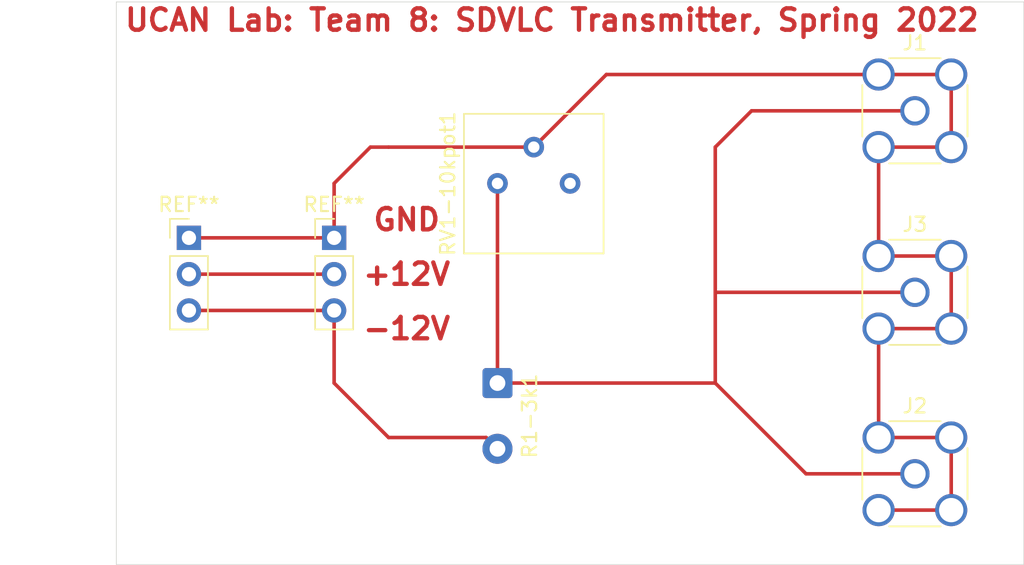
<source format=kicad_pcb>
(kicad_pcb (version 20171130) (host pcbnew "(5.1.9)-1")

  (general
    (thickness 1.6)
    (drawings 8)
    (tracks 32)
    (zones 0)
    (modules 7)
    (nets 5)
  )

  (page A4)
  (layers
    (0 F.Cu signal)
    (31 B.Cu signal)
    (32 B.Adhes user)
    (33 F.Adhes user)
    (34 B.Paste user)
    (35 F.Paste user)
    (36 B.SilkS user)
    (37 F.SilkS user)
    (38 B.Mask user)
    (39 F.Mask user)
    (40 Dwgs.User user)
    (41 Cmts.User user)
    (42 Eco1.User user)
    (43 Eco2.User user)
    (44 Edge.Cuts user)
    (45 Margin user)
    (46 B.CrtYd user)
    (47 F.CrtYd user)
    (48 B.Fab user)
    (49 F.Fab user)
  )

  (setup
    (last_trace_width 0.25)
    (trace_clearance 0.2)
    (zone_clearance 0.508)
    (zone_45_only no)
    (trace_min 0.2)
    (via_size 0.8)
    (via_drill 0.4)
    (via_min_size 0.4)
    (via_min_drill 0.3)
    (uvia_size 0.3)
    (uvia_drill 0.1)
    (uvias_allowed no)
    (uvia_min_size 0.2)
    (uvia_min_drill 0.1)
    (edge_width 0.05)
    (segment_width 0.2)
    (pcb_text_width 0.3)
    (pcb_text_size 1.5 1.5)
    (mod_edge_width 0.12)
    (mod_text_size 1 1)
    (mod_text_width 0.15)
    (pad_size 1.7 1.7)
    (pad_drill 1)
    (pad_to_mask_clearance 0)
    (aux_axis_origin 0 0)
    (visible_elements 7FFFFFFF)
    (pcbplotparams
      (layerselection 0x010fc_ffffffff)
      (usegerberextensions false)
      (usegerberattributes true)
      (usegerberadvancedattributes true)
      (creategerberjobfile true)
      (excludeedgelayer true)
      (linewidth 0.100000)
      (plotframeref false)
      (viasonmask false)
      (mode 1)
      (useauxorigin false)
      (hpglpennumber 1)
      (hpglpenspeed 20)
      (hpglpendiameter 15.000000)
      (psnegative false)
      (psa4output false)
      (plotreference true)
      (plotvalue true)
      (plotinvisibletext false)
      (padsonsilk false)
      (subtractmaskfromsilk false)
      (outputformat 1)
      (mirror false)
      (drillshape 0)
      (scaleselection 1)
      (outputdirectory ""))
  )

  (net 0 "")
  (net 1 GND)
  (net 2 "Net-(J1-Pad1)")
  (net 3 -12V)
  (net 4 "Net-(RV1-10kpot1-Pad1)")

  (net_class Default "This is the default net class."
    (clearance 0.2)
    (trace_width 0.25)
    (via_dia 0.8)
    (via_drill 0.4)
    (uvia_dia 0.3)
    (uvia_drill 0.1)
    (add_net -12V)
    (add_net GND)
    (add_net "Net-(J1-Pad1)")
    (add_net "Net-(RV1-10kpot1-Pad1)")
  )

  (module Connector_PinHeader_2.54mm:PinHeader_1x03_P2.54mm_Vertical (layer F.Cu) (tedit 624F46BF) (tstamp 624FA281)
    (at 118.11 86.36)
    (descr "Through hole straight pin header, 1x03, 2.54mm pitch, single row")
    (tags "Through hole pin header THT 1x03 2.54mm single row")
    (fp_text reference REF** (at 0 -2.33) (layer F.SilkS)
      (effects (font (size 1 1) (thickness 0.15)))
    )
    (fp_text value PinHeader_1x03_P2.54mm_Vertical (at 0 7.41) (layer F.Fab)
      (effects (font (size 1 1) (thickness 0.15)))
    )
    (fp_line (start 1.8 -1.8) (end -1.8 -1.8) (layer F.CrtYd) (width 0.05))
    (fp_line (start 1.8 6.85) (end 1.8 -1.8) (layer F.CrtYd) (width 0.05))
    (fp_line (start -1.8 6.85) (end 1.8 6.85) (layer F.CrtYd) (width 0.05))
    (fp_line (start -1.8 -1.8) (end -1.8 6.85) (layer F.CrtYd) (width 0.05))
    (fp_line (start -1.33 -1.33) (end 0 -1.33) (layer F.SilkS) (width 0.12))
    (fp_line (start -1.33 0) (end -1.33 -1.33) (layer F.SilkS) (width 0.12))
    (fp_line (start -1.33 1.27) (end 1.33 1.27) (layer F.SilkS) (width 0.12))
    (fp_line (start 1.33 1.27) (end 1.33 6.41) (layer F.SilkS) (width 0.12))
    (fp_line (start -1.33 1.27) (end -1.33 6.41) (layer F.SilkS) (width 0.12))
    (fp_line (start -1.33 6.41) (end 1.33 6.41) (layer F.SilkS) (width 0.12))
    (fp_line (start -1.27 -0.635) (end -0.635 -1.27) (layer F.Fab) (width 0.1))
    (fp_line (start -1.27 6.35) (end -1.27 -0.635) (layer F.Fab) (width 0.1))
    (fp_line (start 1.27 6.35) (end -1.27 6.35) (layer F.Fab) (width 0.1))
    (fp_line (start 1.27 -1.27) (end 1.27 6.35) (layer F.Fab) (width 0.1))
    (fp_line (start -0.635 -1.27) (end 1.27 -1.27) (layer F.Fab) (width 0.1))
    (fp_text user %R (at 0 2.54 90) (layer F.Fab)
      (effects (font (size 1 1) (thickness 0.15)))
    )
    (pad 1 thru_hole rect (at 0 0) (size 1.7 1.7) (drill 1) (layers *.Cu *.Mask)
      (net 1 GND))
    (pad 2 thru_hole oval (at 0 2.54) (size 1.7 1.7) (drill 1) (layers *.Cu *.Mask))
    (pad 3 thru_hole oval (at 0 5.08) (size 1.7 1.7) (drill 1) (layers *.Cu *.Mask)
      (net 3 -12V))
    (model ${KISYS3DMOD}/Connector_PinHeader_2.54mm.3dshapes/PinHeader_1x03_P2.54mm_Vertical.wrl
      (at (xyz 0 0 0))
      (scale (xyz 1 1 1))
      (rotate (xyz 0 0 0))
    )
  )

  (module Connector_PinHeader_2.54mm:PinHeader_1x03_P2.54mm_Vertical (layer F.Cu) (tedit 624F469E) (tstamp 624FA841)
    (at 128.27 86.36)
    (descr "Through hole straight pin header, 1x03, 2.54mm pitch, single row")
    (tags "Through hole pin header THT 1x03 2.54mm single row")
    (fp_text reference REF** (at 0 -2.33) (layer F.SilkS)
      (effects (font (size 1 1) (thickness 0.15)))
    )
    (fp_text value PinHeader_1x03_P2.54mm_Vertical (at 0 7.41) (layer F.Fab)
      (effects (font (size 1 1) (thickness 0.15)))
    )
    (fp_line (start 1.8 -1.8) (end -1.8 -1.8) (layer F.CrtYd) (width 0.05))
    (fp_line (start 1.8 6.85) (end 1.8 -1.8) (layer F.CrtYd) (width 0.05))
    (fp_line (start -1.8 6.85) (end 1.8 6.85) (layer F.CrtYd) (width 0.05))
    (fp_line (start -1.8 -1.8) (end -1.8 6.85) (layer F.CrtYd) (width 0.05))
    (fp_line (start -1.33 -1.33) (end 0 -1.33) (layer F.SilkS) (width 0.12))
    (fp_line (start -1.33 0) (end -1.33 -1.33) (layer F.SilkS) (width 0.12))
    (fp_line (start -1.33 1.27) (end 1.33 1.27) (layer F.SilkS) (width 0.12))
    (fp_line (start 1.33 1.27) (end 1.33 6.41) (layer F.SilkS) (width 0.12))
    (fp_line (start -1.33 1.27) (end -1.33 6.41) (layer F.SilkS) (width 0.12))
    (fp_line (start -1.33 6.41) (end 1.33 6.41) (layer F.SilkS) (width 0.12))
    (fp_line (start -1.27 -0.635) (end -0.635 -1.27) (layer F.Fab) (width 0.1))
    (fp_line (start -1.27 6.35) (end -1.27 -0.635) (layer F.Fab) (width 0.1))
    (fp_line (start 1.27 6.35) (end -1.27 6.35) (layer F.Fab) (width 0.1))
    (fp_line (start 1.27 -1.27) (end 1.27 6.35) (layer F.Fab) (width 0.1))
    (fp_line (start -0.635 -1.27) (end 1.27 -1.27) (layer F.Fab) (width 0.1))
    (fp_text user %R (at 0 2.54 90) (layer F.Fab)
      (effects (font (size 1 1) (thickness 0.15)))
    )
    (pad 3 thru_hole oval (at 0 5.08) (size 1.7 1.7) (drill 1) (layers *.Cu *.Mask)
      (net 3 -12V))
    (pad 2 thru_hole oval (at 0 2.54) (size 1.7 1.7) (drill 1) (layers *.Cu *.Mask))
    (pad 1 thru_hole rect (at 0 0) (size 1.7 1.7) (drill 1) (layers *.Cu *.Mask)
      (net 1 GND))
    (model ${KISYS3DMOD}/Connector_PinHeader_2.54mm.3dshapes/PinHeader_1x03_P2.54mm_Vertical.wrl
      (at (xyz 0 0 0))
      (scale (xyz 1 1 1))
      (rotate (xyz 0 0 0))
    )
  )

  (module Potentiometer_THT:Potentiometer_Bourns_3386P_Vertical (layer F.Cu) (tedit 5AA07388) (tstamp 624F463D)
    (at 144.78 82.55 90)
    (descr "Potentiometer, vertical, Bourns 3386P, https://www.bourns.com/pdfs/3386.pdf")
    (tags "Potentiometer vertical Bourns 3386P")
    (path /624F4299)
    (fp_text reference RV1-10kpot1 (at -0.015 -8.555 90) (layer F.SilkS)
      (effects (font (size 1 1) (thickness 0.15)))
    )
    (fp_text value 10k_POT (at -0.015 3.475 90) (layer F.Fab)
      (effects (font (size 1 1) (thickness 0.15)))
    )
    (fp_line (start 5 -7.56) (end -5.03 -7.56) (layer F.CrtYd) (width 0.05))
    (fp_line (start 5 2.48) (end 5 -7.56) (layer F.CrtYd) (width 0.05))
    (fp_line (start -5.03 2.48) (end 5 2.48) (layer F.CrtYd) (width 0.05))
    (fp_line (start -5.03 -7.56) (end -5.03 2.48) (layer F.CrtYd) (width 0.05))
    (fp_line (start 4.87 -7.425) (end 4.87 2.345) (layer F.SilkS) (width 0.12))
    (fp_line (start -4.9 -7.425) (end -4.9 2.345) (layer F.SilkS) (width 0.12))
    (fp_line (start -4.9 2.345) (end 4.87 2.345) (layer F.SilkS) (width 0.12))
    (fp_line (start -4.9 -7.425) (end 4.87 -7.425) (layer F.SilkS) (width 0.12))
    (fp_line (start -0.891 -0.98) (end -0.89 -4.099) (layer F.Fab) (width 0.1))
    (fp_line (start -0.891 -0.98) (end -0.89 -4.099) (layer F.Fab) (width 0.1))
    (fp_line (start 4.75 -7.305) (end -4.78 -7.305) (layer F.Fab) (width 0.1))
    (fp_line (start 4.75 2.225) (end 4.75 -7.305) (layer F.Fab) (width 0.1))
    (fp_line (start -4.78 2.225) (end 4.75 2.225) (layer F.Fab) (width 0.1))
    (fp_line (start -4.78 -7.305) (end -4.78 2.225) (layer F.Fab) (width 0.1))
    (fp_circle (center -0.891 -2.54) (end 0.684 -2.54) (layer F.Fab) (width 0.1))
    (fp_text user %R (at -3.78 -2.54) (layer F.Fab)
      (effects (font (size 1 1) (thickness 0.15)))
    )
    (pad 1 thru_hole circle (at 0 0 90) (size 1.44 1.44) (drill 0.8) (layers *.Cu *.Mask)
      (net 4 "Net-(RV1-10kpot1-Pad1)"))
    (pad 2 thru_hole circle (at 2.54 -2.54 90) (size 1.44 1.44) (drill 0.8) (layers *.Cu *.Mask)
      (net 1 GND))
    (pad 3 thru_hole circle (at 0 -5.08 90) (size 1.44 1.44) (drill 0.8) (layers *.Cu *.Mask)
      (net 2 "Net-(J1-Pad1)"))
    (model ${KISYS3DMOD}/Potentiometer_THT.3dshapes/Potentiometer_Bourns_3386P_Vertical.wrl
      (at (xyz 0 0 0))
      (scale (xyz 1 1 1))
      (rotate (xyz 0 0 0))
    )
  )

  (module Connector_Wire:SolderWire-0.5sqmm_1x02_P4.6mm_D0.9mm_OD2.1mm (layer F.Cu) (tedit 5EB70B43) (tstamp 624F4626)
    (at 139.7 96.52 270)
    (descr "Soldered wire connection, for 2 times 0.5 mm² wires, basic insulation, conductor diameter 0.9mm, outer diameter 2.1mm, size source Multi-Contact FLEXI-E 0.5 (https://ec.staubli.com/AcroFiles/Catalogues/TM_Cab-Main-11014119_(en)_hi.pdf), bend radius 3 times outer diameter, generated with kicad-footprint-generator")
    (tags "connector wire 0.5sqmm")
    (path /624F49B2)
    (attr virtual)
    (fp_text reference R1-3k1 (at 2.3 -2.25 90) (layer F.SilkS)
      (effects (font (size 1 1) (thickness 0.15)))
    )
    (fp_text value 3k (at 2.3 2.25 90) (layer F.Fab)
      (effects (font (size 1 1) (thickness 0.15)))
    )
    (fp_line (start 6.4 -1.55) (end 2.8 -1.55) (layer F.CrtYd) (width 0.05))
    (fp_line (start 6.4 1.55) (end 6.4 -1.55) (layer F.CrtYd) (width 0.05))
    (fp_line (start 2.8 1.55) (end 6.4 1.55) (layer F.CrtYd) (width 0.05))
    (fp_line (start 2.8 -1.55) (end 2.8 1.55) (layer F.CrtYd) (width 0.05))
    (fp_line (start 1.8 -1.55) (end -1.8 -1.55) (layer F.CrtYd) (width 0.05))
    (fp_line (start 1.8 1.55) (end 1.8 -1.55) (layer F.CrtYd) (width 0.05))
    (fp_line (start -1.8 1.55) (end 1.8 1.55) (layer F.CrtYd) (width 0.05))
    (fp_line (start -1.8 -1.55) (end -1.8 1.55) (layer F.CrtYd) (width 0.05))
    (fp_circle (center 4.6 0) (end 5.65 0) (layer F.Fab) (width 0.1))
    (fp_circle (center 0 0) (end 1.05 0) (layer F.Fab) (width 0.1))
    (fp_text user %R (at 2.3 0) (layer F.Fab)
      (effects (font (size 0.78 0.78) (thickness 0.12)))
    )
    (pad 2 thru_hole circle (at 4.6 0 270) (size 2.1 2.1) (drill 1.1) (layers *.Cu *.Mask)
      (net 3 -12V))
    (pad 1 thru_hole roundrect (at 0 0 270) (size 2.1 2.1) (drill 1.1) (layers *.Cu *.Mask) (roundrect_rratio 0.119047619047619)
      (net 2 "Net-(J1-Pad1)"))
    (model ${KISYS3DMOD}/Connector_Wire.3dshapes/SolderWire-0.5sqmm_1x02_P4.6mm_D0.9mm_OD2.1mm.wrl
      (at (xyz 0 0 0))
      (scale (xyz 1 1 1))
      (rotate (xyz 0 0 0))
    )
  )

  (module Connector_Coaxial:SMA_Wurth_60312002114503_Vertical (layer F.Cu) (tedit 5E1B8DC8) (tstamp 624F4615)
    (at 168.91 90.17)
    (descr https://www.we-online.de/katalog/datasheet/60312002114503.pdf)
    (tags "SMA THT Female Jack Vertical ExtendedLegs")
    (path /624F6795)
    (fp_text reference J3 (at 0 -4.75) (layer F.SilkS)
      (effects (font (size 1 1) (thickness 0.15)))
    )
    (fp_text value Conn_Coaxial (at 0 5) (layer F.Fab)
      (effects (font (size 1 1) (thickness 0.15)))
    )
    (fp_line (start -1.8 -3.68) (end 1.8 -3.68) (layer F.SilkS) (width 0.12))
    (fp_line (start -1.8 3.68) (end 1.8 3.68) (layer F.SilkS) (width 0.12))
    (fp_line (start 3.68 -1.8) (end 3.68 1.8) (layer F.SilkS) (width 0.12))
    (fp_line (start -3.68 -1.8) (end -3.68 1.8) (layer F.SilkS) (width 0.12))
    (fp_line (start 3.5 -3.5) (end 3.5 3.5) (layer F.Fab) (width 0.1))
    (fp_line (start -3.5 3.5) (end 3.5 3.5) (layer F.Fab) (width 0.1))
    (fp_line (start -3.5 -3.5) (end -3.5 3.5) (layer F.Fab) (width 0.1))
    (fp_line (start -3.5 -3.5) (end 3.5 -3.5) (layer F.Fab) (width 0.1))
    (fp_line (start -4.17 -4.17) (end 4.17 -4.17) (layer F.CrtYd) (width 0.05))
    (fp_line (start -4.17 -4.17) (end -4.17 4.17) (layer F.CrtYd) (width 0.05))
    (fp_line (start 4.17 4.17) (end 4.17 -4.17) (layer F.CrtYd) (width 0.05))
    (fp_line (start 4.17 4.17) (end -4.17 4.17) (layer F.CrtYd) (width 0.05))
    (fp_circle (center 0 0) (end 3.175 0) (layer F.Fab) (width 0.1))
    (fp_text user %R (at 0 0) (layer F.Fab)
      (effects (font (size 1 1) (thickness 0.15)))
    )
    (pad 2 thru_hole circle (at -2.54 2.54) (size 2.25 2.25) (drill 1.7) (layers *.Cu *.Mask)
      (net 1 GND))
    (pad 2 thru_hole circle (at -2.54 -2.54) (size 2.25 2.25) (drill 1.7) (layers *.Cu *.Mask)
      (net 1 GND))
    (pad 2 thru_hole circle (at 2.54 -2.54) (size 2.25 2.25) (drill 1.7) (layers *.Cu *.Mask)
      (net 1 GND))
    (pad 2 thru_hole circle (at 2.54 2.54) (size 2.25 2.25) (drill 1.7) (layers *.Cu *.Mask)
      (net 1 GND))
    (pad 1 thru_hole circle (at 0 0) (size 2.05 2.05) (drill 1.5) (layers *.Cu *.Mask)
      (net 2 "Net-(J1-Pad1)"))
    (model ${KISYS3DMOD}/Connector_Coaxial.3dshapes/SMA_Wurth_60312002114503_Vertical.wrl
      (at (xyz 0 0 0))
      (scale (xyz 1 1 1))
      (rotate (xyz 0 0 0))
    )
  )

  (module Connector_Coaxial:SMA_Wurth_60312002114503_Vertical (layer F.Cu) (tedit 5E1B8DC8) (tstamp 624F45FE)
    (at 168.91 102.87)
    (descr https://www.we-online.de/katalog/datasheet/60312002114503.pdf)
    (tags "SMA THT Female Jack Vertical ExtendedLegs")
    (path /624F6E7E)
    (fp_text reference J2 (at 0 -4.75) (layer F.SilkS)
      (effects (font (size 1 1) (thickness 0.15)))
    )
    (fp_text value Conn_Coaxial (at 0 5) (layer F.Fab)
      (effects (font (size 1 1) (thickness 0.15)))
    )
    (fp_line (start -1.8 -3.68) (end 1.8 -3.68) (layer F.SilkS) (width 0.12))
    (fp_line (start -1.8 3.68) (end 1.8 3.68) (layer F.SilkS) (width 0.12))
    (fp_line (start 3.68 -1.8) (end 3.68 1.8) (layer F.SilkS) (width 0.12))
    (fp_line (start -3.68 -1.8) (end -3.68 1.8) (layer F.SilkS) (width 0.12))
    (fp_line (start 3.5 -3.5) (end 3.5 3.5) (layer F.Fab) (width 0.1))
    (fp_line (start -3.5 3.5) (end 3.5 3.5) (layer F.Fab) (width 0.1))
    (fp_line (start -3.5 -3.5) (end -3.5 3.5) (layer F.Fab) (width 0.1))
    (fp_line (start -3.5 -3.5) (end 3.5 -3.5) (layer F.Fab) (width 0.1))
    (fp_line (start -4.17 -4.17) (end 4.17 -4.17) (layer F.CrtYd) (width 0.05))
    (fp_line (start -4.17 -4.17) (end -4.17 4.17) (layer F.CrtYd) (width 0.05))
    (fp_line (start 4.17 4.17) (end 4.17 -4.17) (layer F.CrtYd) (width 0.05))
    (fp_line (start 4.17 4.17) (end -4.17 4.17) (layer F.CrtYd) (width 0.05))
    (fp_circle (center 0 0) (end 3.175 0) (layer F.Fab) (width 0.1))
    (fp_text user %R (at 0 0) (layer F.Fab)
      (effects (font (size 1 1) (thickness 0.15)))
    )
    (pad 2 thru_hole circle (at -2.54 2.54) (size 2.25 2.25) (drill 1.7) (layers *.Cu *.Mask)
      (net 1 GND))
    (pad 2 thru_hole circle (at -2.54 -2.54) (size 2.25 2.25) (drill 1.7) (layers *.Cu *.Mask)
      (net 1 GND))
    (pad 2 thru_hole circle (at 2.54 -2.54) (size 2.25 2.25) (drill 1.7) (layers *.Cu *.Mask)
      (net 1 GND))
    (pad 2 thru_hole circle (at 2.54 2.54) (size 2.25 2.25) (drill 1.7) (layers *.Cu *.Mask)
      (net 1 GND))
    (pad 1 thru_hole circle (at 0 0) (size 2.05 2.05) (drill 1.5) (layers *.Cu *.Mask)
      (net 2 "Net-(J1-Pad1)"))
    (model ${KISYS3DMOD}/Connector_Coaxial.3dshapes/SMA_Wurth_60312002114503_Vertical.wrl
      (at (xyz 0 0 0))
      (scale (xyz 1 1 1))
      (rotate (xyz 0 0 0))
    )
  )

  (module Connector_Coaxial:SMA_Wurth_60312002114503_Vertical (layer F.Cu) (tedit 5E1B8DC8) (tstamp 624F45E7)
    (at 168.91 77.47)
    (descr https://www.we-online.de/katalog/datasheet/60312002114503.pdf)
    (tags "SMA THT Female Jack Vertical ExtendedLegs")
    (path /624F5B5C)
    (fp_text reference J1 (at 0 -4.75) (layer F.SilkS)
      (effects (font (size 1 1) (thickness 0.15)))
    )
    (fp_text value Conn_Coaxial (at 0 5) (layer F.Fab)
      (effects (font (size 1 1) (thickness 0.15)))
    )
    (fp_line (start -1.8 -3.68) (end 1.8 -3.68) (layer F.SilkS) (width 0.12))
    (fp_line (start -1.8 3.68) (end 1.8 3.68) (layer F.SilkS) (width 0.12))
    (fp_line (start 3.68 -1.8) (end 3.68 1.8) (layer F.SilkS) (width 0.12))
    (fp_line (start -3.68 -1.8) (end -3.68 1.8) (layer F.SilkS) (width 0.12))
    (fp_line (start 3.5 -3.5) (end 3.5 3.5) (layer F.Fab) (width 0.1))
    (fp_line (start -3.5 3.5) (end 3.5 3.5) (layer F.Fab) (width 0.1))
    (fp_line (start -3.5 -3.5) (end -3.5 3.5) (layer F.Fab) (width 0.1))
    (fp_line (start -3.5 -3.5) (end 3.5 -3.5) (layer F.Fab) (width 0.1))
    (fp_line (start -4.17 -4.17) (end 4.17 -4.17) (layer F.CrtYd) (width 0.05))
    (fp_line (start -4.17 -4.17) (end -4.17 4.17) (layer F.CrtYd) (width 0.05))
    (fp_line (start 4.17 4.17) (end 4.17 -4.17) (layer F.CrtYd) (width 0.05))
    (fp_line (start 4.17 4.17) (end -4.17 4.17) (layer F.CrtYd) (width 0.05))
    (fp_circle (center 0 0) (end 3.175 0) (layer F.Fab) (width 0.1))
    (fp_text user %R (at 0 0) (layer F.Fab)
      (effects (font (size 1 1) (thickness 0.15)))
    )
    (pad 2 thru_hole circle (at -2.54 2.54) (size 2.25 2.25) (drill 1.7) (layers *.Cu *.Mask)
      (net 1 GND))
    (pad 2 thru_hole circle (at -2.54 -2.54) (size 2.25 2.25) (drill 1.7) (layers *.Cu *.Mask)
      (net 1 GND))
    (pad 2 thru_hole circle (at 2.54 -2.54) (size 2.25 2.25) (drill 1.7) (layers *.Cu *.Mask)
      (net 1 GND))
    (pad 2 thru_hole circle (at 2.54 2.54) (size 2.25 2.25) (drill 1.7) (layers *.Cu *.Mask)
      (net 1 GND))
    (pad 1 thru_hole circle (at 0 0) (size 2.05 2.05) (drill 1.5) (layers *.Cu *.Mask)
      (net 2 "Net-(J1-Pad1)"))
    (model ${KISYS3DMOD}/Connector_Coaxial.3dshapes/SMA_Wurth_60312002114503_Vertical.wrl
      (at (xyz 0 0 0))
      (scale (xyz 1 1 1))
      (rotate (xyz 0 0 0))
    )
  )

  (gr_text +12V (at 133.35 88.9) (layer F.Cu)
    (effects (font (size 1.5 1.5) (thickness 0.3)))
  )
  (gr_line (start 176.53 69.85) (end 113.03 69.85) (layer Edge.Cuts) (width 0.05) (tstamp 624FA176))
  (gr_line (start 176.53 109.22) (end 176.53 69.85) (layer Edge.Cuts) (width 0.05))
  (gr_line (start 113.03 109.22) (end 176.53 109.22) (layer Edge.Cuts) (width 0.05))
  (gr_line (start 113.03 69.85) (end 113.03 109.22) (layer Edge.Cuts) (width 0.05))
  (gr_text "UCAN Lab: Team 8: SDVLC Transmitter, Spring 2022\n" (at 143.51 71.12) (layer F.Cu)
    (effects (font (size 1.5 1.5) (thickness 0.3)))
  )
  (gr_text "-12V\n" (at 133.35 92.71) (layer F.Cu)
    (effects (font (size 1.5 1.5) (thickness 0.3)))
  )
  (gr_text GND (at 133.35 85.09) (layer F.Cu)
    (effects (font (size 1.5 1.5) (thickness 0.3)))
  )

  (segment (start 128.27 88.9) (end 118.11 88.9) (width 0.25) (layer F.Cu) (net 0))
  (segment (start 132.08 80.01) (end 142.24 80.01) (width 0.25) (layer F.Cu) (net 1))
  (segment (start 166.37 74.93) (end 171.45 74.93) (width 0.25) (layer F.Cu) (net 1))
  (segment (start 171.45 74.93) (end 171.45 80.01) (width 0.25) (layer F.Cu) (net 1))
  (segment (start 171.45 80.01) (end 166.37 80.01) (width 0.25) (layer F.Cu) (net 1))
  (segment (start 166.37 80.01) (end 166.37 87.63) (width 0.25) (layer F.Cu) (net 1))
  (segment (start 166.37 87.63) (end 171.45 87.63) (width 0.25) (layer F.Cu) (net 1))
  (segment (start 171.45 87.63) (end 171.45 92.71) (width 0.25) (layer F.Cu) (net 1))
  (segment (start 171.45 92.71) (end 166.37 92.71) (width 0.25) (layer F.Cu) (net 1))
  (segment (start 166.37 92.71) (end 166.37 100.33) (width 0.25) (layer F.Cu) (net 1))
  (segment (start 166.37 100.33) (end 171.45 100.33) (width 0.25) (layer F.Cu) (net 1))
  (segment (start 171.45 100.33) (end 171.45 105.41) (width 0.25) (layer F.Cu) (net 1))
  (segment (start 171.45 105.41) (end 166.37 105.41) (width 0.25) (layer F.Cu) (net 1))
  (segment (start 147.32 74.93) (end 142.24 80.01) (width 0.25) (layer F.Cu) (net 1))
  (segment (start 166.37 74.93) (end 147.32 74.93) (width 0.25) (layer F.Cu) (net 1))
  (segment (start 118.11 86.36) (end 128.27 86.36) (width 0.25) (layer F.Cu) (net 1))
  (segment (start 128.27 86.36) (end 128.27 82.55) (width 0.25) (layer F.Cu) (net 1))
  (segment (start 128.27 82.55) (end 130.81 80.01) (width 0.25) (layer F.Cu) (net 1))
  (segment (start 130.81 80.01) (end 132.08 80.01) (width 0.25) (layer F.Cu) (net 1))
  (segment (start 139.7 82.55) (end 139.7 96.52) (width 0.25) (layer F.Cu) (net 2))
  (segment (start 139.7 96.52) (end 154.94 96.52) (width 0.25) (layer F.Cu) (net 2))
  (segment (start 161.29 102.87) (end 168.91 102.87) (width 0.25) (layer F.Cu) (net 2))
  (segment (start 154.94 96.52) (end 161.29 102.87) (width 0.25) (layer F.Cu) (net 2))
  (segment (start 154.94 96.52) (end 154.94 80.01) (width 0.25) (layer F.Cu) (net 2))
  (segment (start 157.48 77.47) (end 168.91 77.47) (width 0.25) (layer F.Cu) (net 2))
  (segment (start 154.94 80.01) (end 157.48 77.47) (width 0.25) (layer F.Cu) (net 2))
  (segment (start 168.91 90.17) (end 154.94 90.17) (width 0.25) (layer F.Cu) (net 2))
  (segment (start 138.91 100.33) (end 139.7 101.12) (width 0.25) (layer F.Cu) (net 3))
  (segment (start 132.08 100.33) (end 138.91 100.33) (width 0.25) (layer F.Cu) (net 3))
  (segment (start 132.08 100.33) (end 128.27 96.52) (width 0.25) (layer F.Cu) (net 3))
  (segment (start 128.27 96.52) (end 128.27 91.44) (width 0.25) (layer F.Cu) (net 3))
  (segment (start 128.27 91.44) (end 118.11 91.44) (width 0.25) (layer F.Cu) (net 3))

)

</source>
